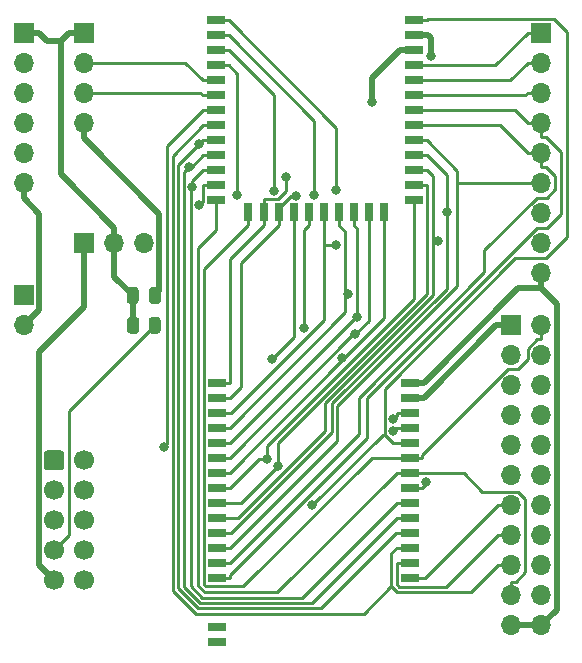
<source format=gbr>
%TF.GenerationSoftware,KiCad,Pcbnew,(5.1.9)-1*%
%TF.CreationDate,2021-03-16T13:01:06+03:00*%
%TF.ProjectId,VedgaZigBee,56656467-615a-4696-9742-65652e6b6963,rev?*%
%TF.SameCoordinates,Original*%
%TF.FileFunction,Copper,L1,Top*%
%TF.FilePolarity,Positive*%
%FSLAX46Y46*%
G04 Gerber Fmt 4.6, Leading zero omitted, Abs format (unit mm)*
G04 Created by KiCad (PCBNEW (5.1.9)-1) date 2021-03-16 13:01:06*
%MOMM*%
%LPD*%
G01*
G04 APERTURE LIST*
%TA.AperFunction,ComponentPad*%
%ADD10O,1.700000X1.700000*%
%TD*%
%TA.AperFunction,ComponentPad*%
%ADD11R,1.700000X1.700000*%
%TD*%
%TA.AperFunction,SMDPad,CuDef*%
%ADD12R,0.800000X1.524000*%
%TD*%
%TA.AperFunction,SMDPad,CuDef*%
%ADD13R,1.524000X0.800000*%
%TD*%
%TA.AperFunction,ComponentPad*%
%ADD14C,1.700000*%
%TD*%
%TA.AperFunction,ViaPad*%
%ADD15C,0.800000*%
%TD*%
%TA.AperFunction,Conductor*%
%ADD16C,0.500000*%
%TD*%
%TA.AperFunction,Conductor*%
%ADD17C,0.250000*%
%TD*%
G04 APERTURE END LIST*
D10*
%TO.P,J6,9*%
%TO.N,GND*%
X133985000Y-111125000D03*
%TO.P,J6,8*%
%TO.N,/DIO23*%
X133985000Y-108585000D03*
%TO.P,J6,7*%
%TO.N,/DIO24*%
X133985000Y-106045000D03*
%TO.P,J6,6*%
%TO.N,/DIO25*%
X133985000Y-103505000D03*
%TO.P,J6,5*%
%TO.N,/DIO26*%
X133985000Y-100965000D03*
%TO.P,J6,4*%
%TO.N,/DIO27*%
X133985000Y-98425000D03*
%TO.P,J6,3*%
%TO.N,/DIO28*%
X133985000Y-95885000D03*
%TO.P,J6,2*%
%TO.N,/DIO29*%
X133985000Y-93345000D03*
D11*
%TO.P,J6,1*%
%TO.N,/DIO30*%
X133985000Y-90805000D03*
%TD*%
D10*
%TO.P,J7,3*%
%TO.N,/TVCC*%
X100330000Y-108585000D03*
%TO.P,J7,2*%
%TO.N,+3V3*%
X97790000Y-108585000D03*
D11*
%TO.P,J7,1*%
%TO.N,/DVCC*%
X95250000Y-108585000D03*
%TD*%
D12*
%TO.P,U1,23*%
%TO.N,/DIO20*%
X120650000Y-105990000D03*
%TO.P,U1,22*%
%TO.N,/DIO19*%
X119380000Y-105990000D03*
%TO.P,U1,21*%
%TO.N,/DIO18*%
X118110000Y-105990000D03*
%TO.P,U1,20*%
%TO.N,/JTAG_TDI*%
X116840000Y-105990000D03*
%TO.P,U1,19*%
%TO.N,/JTAG_TDO*%
X115570000Y-105990000D03*
%TO.P,U1,18*%
%TO.N,/JTAG_TCKC*%
X114300000Y-105990000D03*
%TO.P,U1,17*%
%TO.N,/JTAG_TMSC*%
X113030000Y-105990000D03*
%TO.P,U1,16*%
%TO.N,/DIO15*%
X111760000Y-105990000D03*
%TO.P,U1,15*%
%TO.N,/DIO14*%
X110490000Y-105990000D03*
D13*
%TO.P,U1,24*%
%TO.N,/DIO21*%
X123190000Y-104990000D03*
%TO.P,U1,25*%
%TO.N,/DIO22*%
X123190000Y-103720000D03*
%TO.P,U1,26*%
%TO.N,/DIO23*%
X123190000Y-102450000D03*
%TO.P,U1,27*%
%TO.N,/DIO24*%
X123190000Y-101180000D03*
%TO.P,U1,28*%
%TO.N,/DIO25*%
X123190000Y-99910000D03*
%TO.P,U1,29*%
%TO.N,/DIO26*%
X123190000Y-98640000D03*
%TO.P,U1,30*%
%TO.N,/DIO27*%
X123190000Y-97370000D03*
%TO.P,U1,31*%
%TO.N,/DIO28*%
X123190000Y-96100000D03*
%TO.P,U1,32*%
%TO.N,/DIO29*%
X123190000Y-94830000D03*
%TO.P,U1,33*%
%TO.N,/DIO30*%
X123190000Y-93560000D03*
%TO.P,U1,34*%
%TO.N,+3V3*%
X123190000Y-92290000D03*
%TO.P,U1,35*%
%TO.N,GND*%
X123190000Y-91020000D03*
%TO.P,U1,36*%
%TO.N,/~RESET*%
X123190000Y-89750000D03*
D12*
%TO.P,U1,14*%
%TO.N,/DIO13*%
X109177900Y-105990000D03*
D13*
%TO.P,U1,13*%
%TO.N,/DIO12*%
X106412000Y-104990000D03*
%TO.P,U1,12*%
%TO.N,/SPI_CS*%
X106412000Y-103720000D03*
%TO.P,U1,11*%
%TO.N,/SPI_SCLK*%
X106412000Y-102450000D03*
%TO.P,U1,10*%
%TO.N,/SPI_MOSI*%
X106412000Y-101180000D03*
%TO.P,U1,9*%
%TO.N,/SPI_MISO*%
X106412000Y-99910000D03*
%TO.P,U1,8*%
%TO.N,/DIO7*%
X106412000Y-98640000D03*
%TO.P,U1,7*%
%TO.N,/DIO6*%
X106412000Y-97370000D03*
%TO.P,U1,6*%
%TO.N,/DIO5*%
X106412000Y-96100000D03*
%TO.P,U1,5*%
%TO.N,/DIO4*%
X106412000Y-94830000D03*
%TO.P,U1,4*%
%TO.N,/DIO3*%
X106412000Y-93560000D03*
%TO.P,U1,3*%
%TO.N,/DIO2*%
X106412000Y-92290000D03*
%TO.P,U1,2*%
%TO.N,/DIO1*%
X106412000Y-91020000D03*
%TO.P,U1,1*%
%TO.N,/DIO0*%
X106412000Y-89750000D03*
%TD*%
%TO.P,C1,1*%
%TO.N,+3V3*%
%TA.AperFunction,SMDPad,CuDef*%
G36*
G01*
X98880000Y-113505000D02*
X98880000Y-112555000D01*
G75*
G02*
X99130000Y-112305000I250000J0D01*
G01*
X99630000Y-112305000D01*
G75*
G02*
X99880000Y-112555000I0J-250000D01*
G01*
X99880000Y-113505000D01*
G75*
G02*
X99630000Y-113755000I-250000J0D01*
G01*
X99130000Y-113755000D01*
G75*
G02*
X98880000Y-113505000I0J250000D01*
G01*
G37*
%TD.AperFunction*%
%TO.P,C1,2*%
%TO.N,GND*%
%TA.AperFunction,SMDPad,CuDef*%
G36*
G01*
X100780000Y-113505000D02*
X100780000Y-112555000D01*
G75*
G02*
X101030000Y-112305000I250000J0D01*
G01*
X101530000Y-112305000D01*
G75*
G02*
X101780000Y-112555000I0J-250000D01*
G01*
X101780000Y-113505000D01*
G75*
G02*
X101530000Y-113755000I-250000J0D01*
G01*
X101030000Y-113755000D01*
G75*
G02*
X100780000Y-113505000I0J250000D01*
G01*
G37*
%TD.AperFunction*%
%TD*%
%TO.P,J1,1*%
%TO.N,GND*%
%TA.AperFunction,ComponentPad*%
G36*
G01*
X91860000Y-127600000D02*
X91860000Y-126400000D01*
G75*
G02*
X92110000Y-126150000I250000J0D01*
G01*
X93310000Y-126150000D01*
G75*
G02*
X93560000Y-126400000I0J-250000D01*
G01*
X93560000Y-127600000D01*
G75*
G02*
X93310000Y-127850000I-250000J0D01*
G01*
X92110000Y-127850000D01*
G75*
G02*
X91860000Y-127600000I0J250000D01*
G01*
G37*
%TD.AperFunction*%
D14*
%TO.P,J1,3*%
%TO.N,/JTAG_TCKC*%
X92710000Y-129540000D03*
%TO.P,J1,5*%
%TO.N,Net-(J1-Pad5)*%
X92710000Y-132080000D03*
%TO.P,J1,7*%
%TO.N,/~RESET*%
X92710000Y-134620000D03*
%TO.P,J1,9*%
%TO.N,/DVCC*%
X92710000Y-137160000D03*
%TO.P,J1,2*%
%TO.N,/TVCC*%
X95250000Y-127000000D03*
%TO.P,J1,4*%
%TO.N,/JTAG_TMSC*%
X95250000Y-129540000D03*
%TO.P,J1,6*%
%TO.N,Net-(J1-Pad6)*%
X95250000Y-132080000D03*
%TO.P,J1,8*%
%TO.N,Net-(J1-Pad8)*%
X95250000Y-134620000D03*
%TO.P,J1,10*%
%TO.N,Net-(J1-Pad10)*%
X95250000Y-137160000D03*
%TD*%
D11*
%TO.P,J2,1*%
%TO.N,+3V3*%
X90170000Y-113030000D03*
D10*
%TO.P,J2,2*%
%TO.N,GND*%
X90170000Y-115570000D03*
%TD*%
D11*
%TO.P,J3,1*%
%TO.N,+3V3*%
X131445000Y-115570000D03*
D10*
%TO.P,J3,2*%
%TO.N,/DIO13*%
X133985000Y-115570000D03*
%TO.P,J3,3*%
%TO.N,/DIO0*%
X131445000Y-118110000D03*
%TO.P,J3,4*%
%TO.N,/DIO14*%
X133985000Y-118110000D03*
%TO.P,J3,5*%
%TO.N,/DIO1*%
X131445000Y-120650000D03*
%TO.P,J3,6*%
%TO.N,/DIO15*%
X133985000Y-120650000D03*
%TO.P,J3,7*%
%TO.N,/DIO2*%
X131445000Y-123190000D03*
%TO.P,J3,8*%
%TO.N,/JTAG_TDO*%
X133985000Y-123190000D03*
%TO.P,J3,9*%
%TO.N,/DIO3*%
X131445000Y-125730000D03*
%TO.P,J3,10*%
%TO.N,/JTAG_TDI*%
X133985000Y-125730000D03*
%TO.P,J3,11*%
%TO.N,/DIO4*%
X131445000Y-128270000D03*
%TO.P,J3,12*%
%TO.N,/DIO18*%
X133985000Y-128270000D03*
%TO.P,J3,13*%
%TO.N,/DIO5*%
X131445000Y-130810000D03*
%TO.P,J3,14*%
%TO.N,/DIO19*%
X133985000Y-130810000D03*
%TO.P,J3,15*%
%TO.N,/DIO6*%
X131445000Y-133350000D03*
%TO.P,J3,16*%
%TO.N,/DIO20*%
X133985000Y-133350000D03*
%TO.P,J3,17*%
%TO.N,/DIO7*%
X131445000Y-135890000D03*
%TO.P,J3,18*%
%TO.N,/DIO21*%
X133985000Y-135890000D03*
%TO.P,J3,19*%
%TO.N,/DIO12*%
X131445000Y-138430000D03*
%TO.P,J3,20*%
%TO.N,/DIO22*%
X133985000Y-138430000D03*
%TO.P,J3,21*%
%TO.N,GND*%
X131445000Y-140970000D03*
%TO.P,J3,22*%
X133985000Y-140970000D03*
%TD*%
D11*
%TO.P,J4,1*%
%TO.N,+3V3*%
X90170000Y-90805000D03*
D10*
%TO.P,J4,2*%
%TO.N,/SPI_MISO*%
X90170000Y-93345000D03*
%TO.P,J4,3*%
%TO.N,/SPI_MOSI*%
X90170000Y-95885000D03*
%TO.P,J4,4*%
%TO.N,/SPI_SCLK*%
X90170000Y-98425000D03*
%TO.P,J4,5*%
%TO.N,/SPI_CS*%
X90170000Y-100965000D03*
%TO.P,J4,6*%
%TO.N,GND*%
X90170000Y-103505000D03*
%TD*%
D11*
%TO.P,J5,1*%
%TO.N,+3V3*%
X95250000Y-90805000D03*
D10*
%TO.P,J5,2*%
%TO.N,/DIO4*%
X95250000Y-93345000D03*
%TO.P,J5,3*%
%TO.N,/DIO5*%
X95250000Y-95885000D03*
%TO.P,J5,4*%
%TO.N,GND*%
X95250000Y-98425000D03*
%TD*%
%TO.P,R1,1*%
%TO.N,+3V3*%
%TA.AperFunction,SMDPad,CuDef*%
G36*
G01*
X98905000Y-116020002D02*
X98905000Y-115119998D01*
G75*
G02*
X99154998Y-114870000I249998J0D01*
G01*
X99680002Y-114870000D01*
G75*
G02*
X99930000Y-115119998I0J-249998D01*
G01*
X99930000Y-116020002D01*
G75*
G02*
X99680002Y-116270000I-249998J0D01*
G01*
X99154998Y-116270000D01*
G75*
G02*
X98905000Y-116020002I0J249998D01*
G01*
G37*
%TD.AperFunction*%
%TO.P,R1,2*%
%TO.N,/~RESET*%
%TA.AperFunction,SMDPad,CuDef*%
G36*
G01*
X100730000Y-116020002D02*
X100730000Y-115119998D01*
G75*
G02*
X100979998Y-114870000I249998J0D01*
G01*
X101505002Y-114870000D01*
G75*
G02*
X101755000Y-115119998I0J-249998D01*
G01*
X101755000Y-116020002D01*
G75*
G02*
X101505002Y-116270000I-249998J0D01*
G01*
X100979998Y-116270000D01*
G75*
G02*
X100730000Y-116020002I0J249998D01*
G01*
G37*
%TD.AperFunction*%
%TD*%
D13*
%TO.P,U2,1*%
%TO.N,/DIO5*%
X122823000Y-136945000D03*
%TO.P,U2,2*%
%TO.N,/DIO6*%
X122823000Y-135675000D03*
%TO.P,U2,3*%
%TO.N,/DIO7*%
X122823000Y-134405000D03*
%TO.P,U2,4*%
%TO.N,/SPI_MISO*%
X122823000Y-133135000D03*
%TO.P,U2,5*%
%TO.N,/SPI_MOSI*%
X122823000Y-131865000D03*
%TO.P,U2,6*%
%TO.N,/SPI_SCLK*%
X122823000Y-130595000D03*
%TO.P,U2,7*%
%TO.N,/SPI_CS*%
X122823000Y-129325000D03*
%TO.P,U2,8*%
%TO.N,/DIO12*%
X122823000Y-128055000D03*
%TO.P,U2,9*%
%TO.N,/DIO13*%
X122823000Y-126785000D03*
%TO.P,U2,10*%
%TO.N,/~RESET*%
X122823000Y-125515000D03*
%TO.P,U2,11*%
%TO.N,/JTAG_TMSC*%
X122823000Y-124245000D03*
%TO.P,U2,12*%
%TO.N,/JTAG_TCKC*%
X122823000Y-122975000D03*
%TO.P,U2,13*%
%TO.N,+3V3*%
X122823000Y-121705000D03*
%TO.P,U2,14*%
%TO.N,GND*%
X122823000Y-120435000D03*
%TO.P,U2,28*%
%TO.N,/DIO27*%
X106525000Y-136945000D03*
%TO.P,U2,27*%
%TO.N,/DIO26*%
X106525000Y-135675000D03*
%TO.P,U2,26*%
%TO.N,/DIO25*%
X106525000Y-134405000D03*
%TO.P,U2,25*%
%TO.N,/DIO24*%
X106525000Y-133135000D03*
%TO.P,U2,24*%
%TO.N,/DIO23*%
X106525000Y-131865000D03*
%TO.P,U2,23*%
%TO.N,/DIO22*%
X106525000Y-130595000D03*
%TO.P,U2,22*%
%TO.N,/DIO21*%
X106525000Y-129325000D03*
%TO.P,U2,21*%
%TO.N,/DIO20*%
X106525000Y-128055000D03*
%TO.P,U2,20*%
%TO.N,/DIO19*%
X106525000Y-126785000D03*
%TO.P,U2,19*%
%TO.N,/DIO18*%
X106525000Y-125515000D03*
%TO.P,U2,18*%
%TO.N,/JTAG_TDI*%
X106525000Y-124245000D03*
%TO.P,U2,17*%
%TO.N,/JTAG_TDO*%
X106525000Y-122975000D03*
%TO.P,U2,16*%
%TO.N,/DIO15*%
X106525000Y-121705000D03*
%TO.P,U2,15*%
%TO.N,/DIO14*%
X106525000Y-120435000D03*
%TO.P,U2,29*%
%TO.N,Net-(U2-Pad29)*%
X106525000Y-141145000D03*
%TO.P,U2,30*%
%TO.N,Net-(U2-Pad30)*%
X106525000Y-142415000D03*
%TD*%
D15*
%TO.N,+3V3*%
X119631100Y-96652900D03*
%TO.N,GND*%
X124619500Y-92730200D03*
%TO.N,/JTAG_TCKC*%
X113866900Y-115747200D03*
X121451000Y-123502200D03*
%TO.N,/~RESET*%
X114598000Y-130751800D03*
%TO.N,/JTAG_TMSC*%
X111212500Y-118401500D03*
X121457700Y-124523000D03*
%TO.N,/DIO0*%
X116596300Y-104128600D03*
%TO.N,/DIO14*%
X112326500Y-103000900D03*
%TO.N,/DIO1*%
X114705600Y-104516800D03*
%TO.N,/DIO15*%
X113208900Y-104617000D03*
%TO.N,/DIO2*%
X111308200Y-104149100D03*
%TO.N,/JTAG_TDO*%
X116594100Y-108741500D03*
%TO.N,/DIO3*%
X108219300Y-104545500D03*
%TO.N,/JTAG_TDI*%
X117596000Y-112889500D03*
%TO.N,/DIO18*%
X118400000Y-114879400D03*
%TO.N,/DIO19*%
X118213800Y-116330000D03*
%TO.N,/DIO6*%
X102043300Y-125892700D03*
%TO.N,/DIO20*%
X117131900Y-118352400D03*
%TO.N,/DIO21*%
X110716400Y-126893000D03*
%TO.N,/DIO22*%
X111643100Y-127514300D03*
%TO.N,/SPI_MISO*%
X105025800Y-100208900D03*
%TO.N,/SPI_MOSI*%
X104145200Y-102120200D03*
%TO.N,/SPI_SCLK*%
X104419800Y-103821200D03*
%TO.N,/SPI_CS*%
X124221400Y-128794900D03*
X105029500Y-105376700D03*
%TO.N,/DIO23*%
X125213600Y-108386000D03*
%TO.N,/DIO24*%
X125973200Y-105986200D03*
%TD*%
D16*
%TO.N,+3V3*%
X121977700Y-92290000D02*
X119631100Y-94636600D01*
X119631100Y-94636600D02*
X119631100Y-96652900D01*
X123190000Y-92290000D02*
X121977700Y-92290000D01*
X93288400Y-91466300D02*
X92131600Y-91466300D01*
X92131600Y-91466300D02*
X91470300Y-90805000D01*
X93949700Y-90805000D02*
X93288400Y-91466300D01*
X93288400Y-91466300D02*
X93288400Y-102783100D01*
X93288400Y-102783100D02*
X97790000Y-107284700D01*
X97790000Y-108585000D02*
X97790000Y-107284700D01*
X95250000Y-90805000D02*
X93949700Y-90805000D01*
X90170000Y-90805000D02*
X91470300Y-90805000D01*
X99380000Y-113030000D02*
X97790000Y-111440000D01*
X97790000Y-111440000D02*
X97790000Y-108585000D01*
X99417500Y-115570000D02*
X99380000Y-115532500D01*
X99380000Y-115532500D02*
X99380000Y-113030000D01*
X122823000Y-121705000D02*
X124035300Y-121705000D01*
X131445000Y-115570000D02*
X130144700Y-115570000D01*
X124035300Y-121705000D02*
X124035300Y-121679400D01*
X124035300Y-121679400D02*
X130144700Y-115570000D01*
%TO.N,GND*%
X95250000Y-98425000D02*
X95250000Y-99725300D01*
X95250000Y-99725300D02*
X101634500Y-106109800D01*
X101634500Y-106109800D02*
X101634500Y-112675500D01*
X101634500Y-112675500D02*
X101280000Y-113030000D01*
X124402300Y-91020000D02*
X124619500Y-91237200D01*
X124619500Y-91237200D02*
X124619500Y-92730200D01*
X123190000Y-91020000D02*
X124402300Y-91020000D01*
X90170000Y-103505000D02*
X90170000Y-104805300D01*
X90170000Y-115570000D02*
X91470300Y-114269700D01*
X91470300Y-114269700D02*
X91470300Y-106105600D01*
X91470300Y-106105600D02*
X90170000Y-104805300D01*
X133985000Y-140970000D02*
X132745300Y-140970000D01*
X133985000Y-112425300D02*
X135285300Y-113725600D01*
X135285300Y-113725600D02*
X135285300Y-139669700D01*
X135285300Y-139669700D02*
X133985000Y-140970000D01*
X131445000Y-140970000D02*
X132745300Y-140970000D01*
X133985000Y-111125000D02*
X133985000Y-112425300D01*
X124035300Y-120435000D02*
X132045000Y-112425300D01*
X132045000Y-112425300D02*
X133985000Y-112425300D01*
X122823000Y-120435000D02*
X124035300Y-120435000D01*
D17*
%TO.N,/JTAG_TCKC*%
X122823000Y-122975000D02*
X121735700Y-122975000D01*
X121451000Y-123502200D02*
X121735700Y-123217500D01*
X121735700Y-123217500D02*
X121735700Y-122975000D01*
X114300000Y-107077300D02*
X113866900Y-107510400D01*
X113866900Y-107510400D02*
X113866900Y-115747200D01*
X114300000Y-105990000D02*
X114300000Y-107077300D01*
%TO.N,/~RESET*%
X114598000Y-130751800D02*
X120539700Y-124810100D01*
X120539700Y-124810100D02*
X120711000Y-124810100D01*
X120711000Y-124810100D02*
X120711000Y-120924400D01*
X120711000Y-120924400D02*
X131780400Y-109855000D01*
X131780400Y-109855000D02*
X134381800Y-109855000D01*
X134381800Y-109855000D02*
X136117000Y-108119800D01*
X136117000Y-108119800D02*
X136117000Y-90718800D01*
X136117000Y-90718800D02*
X135027800Y-89629600D01*
X135027800Y-89629600D02*
X124397700Y-89629600D01*
X124397700Y-89629600D02*
X124277300Y-89750000D01*
X122823000Y-125515000D02*
X121415900Y-125515000D01*
X121415900Y-125515000D02*
X120711000Y-124810100D01*
X123190000Y-89750000D02*
X124277300Y-89750000D01*
X92710000Y-134620000D02*
X93980500Y-133349500D01*
X93980500Y-133349500D02*
X93980500Y-122832000D01*
X93980500Y-122832000D02*
X101242500Y-115570000D01*
%TO.N,/JTAG_TMSC*%
X121735700Y-124245000D02*
X121457700Y-124523000D01*
X113030000Y-107077300D02*
X113030000Y-116584000D01*
X113030000Y-116584000D02*
X111212500Y-118401500D01*
X113030000Y-105990000D02*
X113030000Y-107077300D01*
X122823000Y-124245000D02*
X121735700Y-124245000D01*
%TO.N,/DIO13*%
X122823000Y-126785000D02*
X119631700Y-126785000D01*
X119631700Y-126785000D02*
X108746300Y-137670400D01*
X108746300Y-137670400D02*
X105596800Y-137670400D01*
X105596800Y-137670400D02*
X105437600Y-137511200D01*
X105437600Y-137511200D02*
X105437600Y-110817600D01*
X105437600Y-110817600D02*
X109177900Y-107077300D01*
X109177900Y-105990000D02*
X109177900Y-107077300D01*
X123366700Y-126785000D02*
X122823000Y-126785000D01*
X123366700Y-126785000D02*
X123910300Y-126785000D01*
X133985000Y-116745300D02*
X133617600Y-116745300D01*
X133617600Y-116745300D02*
X132809700Y-117553200D01*
X132809700Y-117553200D02*
X132809700Y-118446300D01*
X132809700Y-118446300D02*
X131970600Y-119285400D01*
X131970600Y-119285400D02*
X131146800Y-119285400D01*
X131146800Y-119285400D02*
X123910300Y-126521900D01*
X123910300Y-126521900D02*
X123910300Y-126785000D01*
X133985000Y-115570000D02*
X133985000Y-116745300D01*
%TO.N,/DIO0*%
X116596300Y-104128600D02*
X116596300Y-98847000D01*
X116596300Y-98847000D02*
X107499300Y-89750000D01*
X106412000Y-89750000D02*
X107499300Y-89750000D01*
%TO.N,/DIO14*%
X107612300Y-120435000D02*
X107612300Y-109955000D01*
X107612300Y-109955000D02*
X110490000Y-107077300D01*
X110490000Y-104902700D02*
X111651500Y-104902700D01*
X111651500Y-104902700D02*
X112326500Y-104227700D01*
X112326500Y-104227700D02*
X112326500Y-103000900D01*
X110490000Y-105990000D02*
X110490000Y-104902700D01*
X110490000Y-106421000D02*
X110490000Y-105990000D01*
X110490000Y-106421000D02*
X110490000Y-107077300D01*
X106525000Y-120435000D02*
X107612300Y-120435000D01*
%TO.N,/DIO1*%
X106412000Y-91020000D02*
X107499300Y-91020000D01*
X114705600Y-104516800D02*
X114705600Y-98226300D01*
X114705600Y-98226300D02*
X107499300Y-91020000D01*
%TO.N,/DIO15*%
X113208900Y-104617000D02*
X112760800Y-104617000D01*
X112760800Y-104617000D02*
X111760000Y-105617800D01*
X111760000Y-105617800D02*
X111760000Y-105990000D01*
X107068700Y-121705000D02*
X106525000Y-121705000D01*
X107068700Y-121705000D02*
X107612300Y-121705000D01*
X111760000Y-105990000D02*
X111760000Y-107077300D01*
X107612300Y-121705000D02*
X108512900Y-120804400D01*
X108512900Y-120804400D02*
X108512900Y-110324400D01*
X108512900Y-110324400D02*
X111760000Y-107077300D01*
%TO.N,/DIO2*%
X107499300Y-92290000D02*
X111308200Y-96098900D01*
X111308200Y-96098900D02*
X111308200Y-104149100D01*
X106412000Y-92290000D02*
X107499300Y-92290000D01*
%TO.N,/JTAG_TDO*%
X115570000Y-108741500D02*
X115570000Y-115070000D01*
X115570000Y-115070000D02*
X107665000Y-122975000D01*
X107665000Y-122975000D02*
X107612300Y-122975000D01*
X106525000Y-122975000D02*
X107612300Y-122975000D01*
X115570000Y-108741500D02*
X115570000Y-105990000D01*
X116594100Y-108741500D02*
X115570000Y-108741500D01*
%TO.N,/DIO3*%
X107499300Y-93560000D02*
X108219300Y-94280000D01*
X108219300Y-94280000D02*
X108219300Y-104545500D01*
X106412000Y-93560000D02*
X107499300Y-93560000D01*
%TO.N,/JTAG_TDI*%
X117384600Y-112889500D02*
X117596000Y-112889500D01*
X117384600Y-112889500D02*
X117384600Y-107621900D01*
X117384600Y-107621900D02*
X116840000Y-107077300D01*
X107612300Y-124245000D02*
X117384600Y-114472700D01*
X117384600Y-114472700D02*
X117384600Y-112889500D01*
X116840000Y-105990000D02*
X116840000Y-107077300D01*
X106525000Y-124245000D02*
X107612300Y-124245000D01*
%TO.N,/DIO4*%
X106412000Y-94830000D02*
X105324700Y-94830000D01*
X95250000Y-93345000D02*
X96425300Y-93345000D01*
X96425300Y-93345000D02*
X103839700Y-93345000D01*
X103839700Y-93345000D02*
X105324700Y-94830000D01*
%TO.N,/DIO18*%
X118400000Y-114879400D02*
X118400000Y-107367300D01*
X118400000Y-107367300D02*
X118110000Y-107077300D01*
X107612300Y-125515000D02*
X118247900Y-114879400D01*
X118247900Y-114879400D02*
X118400000Y-114879400D01*
X118110000Y-105990000D02*
X118110000Y-107077300D01*
X106525000Y-125515000D02*
X107612300Y-125515000D01*
%TO.N,/DIO5*%
X131445000Y-130810000D02*
X130269700Y-130810000D01*
X122823000Y-136945000D02*
X124134700Y-136945000D01*
X124134700Y-136945000D02*
X130269700Y-130810000D01*
X106412000Y-96100000D02*
X105324700Y-96100000D01*
X96425300Y-95885000D02*
X105109700Y-95885000D01*
X105109700Y-95885000D02*
X105324700Y-96100000D01*
X95250000Y-95885000D02*
X96425300Y-95885000D01*
%TO.N,/DIO19*%
X119380000Y-107077300D02*
X119380000Y-115163800D01*
X119380000Y-115163800D02*
X118213800Y-116330000D01*
X118213800Y-116330000D02*
X118067300Y-116330000D01*
X118067300Y-116330000D02*
X107612300Y-126785000D01*
X119380000Y-105990000D02*
X119380000Y-107077300D01*
X106525000Y-126785000D02*
X107612300Y-126785000D01*
%TO.N,/DIO6*%
X105324700Y-97370000D02*
X102318400Y-100376300D01*
X102318400Y-100376300D02*
X102318400Y-125617600D01*
X102318400Y-125617600D02*
X102043300Y-125892700D01*
X131445000Y-133350000D02*
X130269700Y-133350000D01*
X122823000Y-135675000D02*
X121735700Y-135675000D01*
X121735700Y-135675000D02*
X121735700Y-137490700D01*
X121735700Y-137490700D02*
X121929700Y-137684700D01*
X121929700Y-137684700D02*
X125935000Y-137684700D01*
X125935000Y-137684700D02*
X130269700Y-133350000D01*
X106412000Y-97370000D02*
X105324700Y-97370000D01*
%TO.N,/DIO20*%
X117131900Y-118352400D02*
X117131900Y-118535400D01*
X117131900Y-118535400D02*
X107612300Y-128055000D01*
X117131900Y-118352400D02*
X117229700Y-118352400D01*
X117229700Y-118352400D02*
X120650000Y-114932100D01*
X120650000Y-114932100D02*
X120650000Y-105990000D01*
X106525000Y-128055000D02*
X107612300Y-128055000D01*
%TO.N,/DIO7*%
X105324700Y-98640000D02*
X102768700Y-101196000D01*
X102768700Y-101196000D02*
X102768700Y-138026800D01*
X102768700Y-138026800D02*
X104722100Y-139980200D01*
X104722100Y-139980200D02*
X118946100Y-139980200D01*
X118946100Y-139980200D02*
X121264300Y-137662000D01*
X121264300Y-137662000D02*
X121774600Y-138172300D01*
X121774600Y-138172300D02*
X127987400Y-138172300D01*
X127987400Y-138172300D02*
X130269700Y-135890000D01*
X121735700Y-134405000D02*
X121264300Y-134876400D01*
X121264300Y-134876400D02*
X121264300Y-137662000D01*
X106412000Y-98640000D02*
X105324700Y-98640000D01*
X131445000Y-135890000D02*
X130269700Y-135890000D01*
X122823000Y-134405000D02*
X121735700Y-134405000D01*
%TO.N,/DIO21*%
X110716400Y-126893000D02*
X110716400Y-125793700D01*
X110716400Y-125793700D02*
X123190000Y-113320100D01*
X123190000Y-113320100D02*
X123190000Y-104990000D01*
X110716400Y-126893000D02*
X110044300Y-126893000D01*
X110044300Y-126893000D02*
X107612300Y-129325000D01*
X106525000Y-129325000D02*
X107612300Y-129325000D01*
%TO.N,/DIO12*%
X122823000Y-128055000D02*
X121735700Y-128055000D01*
X121735700Y-128055000D02*
X111611700Y-138179000D01*
X111611700Y-138179000D02*
X105468500Y-138179000D01*
X105468500Y-138179000D02*
X104943600Y-137654100D01*
X104943600Y-137654100D02*
X104943600Y-108973500D01*
X104943600Y-108973500D02*
X106412000Y-107505100D01*
X106412000Y-107505100D02*
X106412000Y-104990000D01*
X131445000Y-137254700D02*
X131812400Y-137254700D01*
X131812400Y-137254700D02*
X132620300Y-136446800D01*
X132620300Y-136446800D02*
X132620300Y-130239600D01*
X132620300Y-130239600D02*
X132015300Y-129634600D01*
X132015300Y-129634600D02*
X128982900Y-129634600D01*
X128982900Y-129634600D02*
X127403300Y-128055000D01*
X127403300Y-128055000D02*
X122823000Y-128055000D01*
X131445000Y-138430000D02*
X131445000Y-137254700D01*
%TO.N,/DIO22*%
X111643100Y-127514300D02*
X111643100Y-125503900D01*
X111643100Y-125503900D02*
X124277300Y-112869700D01*
X124277300Y-112869700D02*
X124277300Y-103720000D01*
X107612300Y-130595000D02*
X108562400Y-130595000D01*
X108562400Y-130595000D02*
X111643100Y-127514300D01*
X123190000Y-103720000D02*
X124277300Y-103720000D01*
X106525000Y-130595000D02*
X107612300Y-130595000D01*
%TO.N,/SPI_MISO*%
X105025800Y-100208900D02*
X103219000Y-102015700D01*
X103219000Y-102015700D02*
X103219000Y-137840200D01*
X103219000Y-137840200D02*
X104908700Y-139529900D01*
X104908700Y-139529900D02*
X115285700Y-139529900D01*
X115285700Y-139529900D02*
X121680600Y-133135000D01*
X121680600Y-133135000D02*
X122823000Y-133135000D01*
X105025800Y-100208900D02*
X105324700Y-99910000D01*
X106412000Y-99910000D02*
X105324700Y-99910000D01*
%TO.N,/SPI_MOSI*%
X104145200Y-102120200D02*
X103694500Y-102570900D01*
X103694500Y-102570900D02*
X103694500Y-137678800D01*
X103694500Y-137678800D02*
X105095300Y-139079600D01*
X105095300Y-139079600D02*
X114521100Y-139079600D01*
X114521100Y-139079600D02*
X121735700Y-131865000D01*
X104145200Y-102120200D02*
X104384500Y-102120200D01*
X104384500Y-102120200D02*
X105324700Y-101180000D01*
X122823000Y-131865000D02*
X121735700Y-131865000D01*
X106412000Y-101180000D02*
X105324700Y-101180000D01*
%TO.N,/SPI_SCLK*%
X104419800Y-103821200D02*
X104299600Y-103941400D01*
X104299600Y-103941400D02*
X104299600Y-137647000D01*
X104299600Y-137647000D02*
X105281900Y-138629300D01*
X105281900Y-138629300D02*
X113701400Y-138629300D01*
X113701400Y-138629300D02*
X121735700Y-130595000D01*
X122823000Y-130595000D02*
X121735700Y-130595000D01*
X104419800Y-103821200D02*
X104419800Y-103354900D01*
X104419800Y-103354900D02*
X105324700Y-102450000D01*
X106412000Y-102450000D02*
X105324700Y-102450000D01*
%TO.N,/SPI_CS*%
X123910300Y-129325000D02*
X124221400Y-129013900D01*
X124221400Y-129013900D02*
X124221400Y-128794900D01*
X122823000Y-129325000D02*
X123910300Y-129325000D01*
X105324700Y-103720000D02*
X105324700Y-105081500D01*
X105324700Y-105081500D02*
X105029500Y-105376700D01*
X106412000Y-103720000D02*
X105324700Y-103720000D01*
%TO.N,/DIO23*%
X107612300Y-131865000D02*
X108318200Y-131865000D01*
X108318200Y-131865000D02*
X115632500Y-124550700D01*
X115632500Y-124550700D02*
X115632500Y-122151400D01*
X115632500Y-122151400D02*
X124788100Y-112995800D01*
X124788100Y-112995800D02*
X124788100Y-108386000D01*
X124788100Y-108386000D02*
X125213600Y-108386000D01*
X124788100Y-108386000D02*
X124788100Y-102960800D01*
X124788100Y-102960800D02*
X124277300Y-102450000D01*
X123190000Y-102450000D02*
X124277300Y-102450000D01*
X106525000Y-131865000D02*
X107612300Y-131865000D01*
%TO.N,/DIO24*%
X107612300Y-133135000D02*
X107685100Y-133135000D01*
X107685100Y-133135000D02*
X116242100Y-124578000D01*
X116242100Y-124578000D02*
X116242100Y-122178700D01*
X116242100Y-122178700D02*
X125973200Y-112447600D01*
X125973200Y-112447600D02*
X125973200Y-105986200D01*
X106525000Y-133135000D02*
X107612300Y-133135000D01*
X125973200Y-105986200D02*
X125973200Y-102875900D01*
X125973200Y-102875900D02*
X124277300Y-101180000D01*
X123190000Y-101180000D02*
X124277300Y-101180000D01*
%TO.N,/DIO25*%
X107612300Y-134405000D02*
X116692400Y-125324900D01*
X116692400Y-125324900D02*
X116692400Y-122388000D01*
X116692400Y-122388000D02*
X126839600Y-112240800D01*
X126839600Y-112240800D02*
X126839600Y-103505000D01*
X106525000Y-134405000D02*
X107612300Y-134405000D01*
X126839600Y-103505000D02*
X132809700Y-103505000D01*
X124277300Y-99910000D02*
X126839600Y-102472300D01*
X126839600Y-102472300D02*
X126839600Y-103505000D01*
X133985000Y-103505000D02*
X132809700Y-103505000D01*
X123190000Y-99910000D02*
X124277300Y-99910000D01*
%TO.N,/DIO26*%
X107612300Y-135675000D02*
X118519900Y-124767400D01*
X118519900Y-124767400D02*
X118519900Y-121699400D01*
X118519900Y-121699400D02*
X129146400Y-111072900D01*
X129146400Y-111072900D02*
X129146400Y-109219400D01*
X129146400Y-109219400D02*
X133590800Y-104775000D01*
X133590800Y-104775000D02*
X134442600Y-104775000D01*
X134442600Y-104775000D02*
X135160300Y-104057300D01*
X135160300Y-104057300D02*
X135160300Y-102948200D01*
X135160300Y-102948200D02*
X134352400Y-102140300D01*
X134352400Y-102140300D02*
X133985000Y-102140300D01*
X133985000Y-100965000D02*
X133985000Y-102140300D01*
X106525000Y-135675000D02*
X107612300Y-135675000D01*
X132809700Y-100965000D02*
X130484700Y-98640000D01*
X130484700Y-98640000D02*
X123190000Y-98640000D01*
X133985000Y-100965000D02*
X132809700Y-100965000D01*
%TO.N,/DIO27*%
X107612300Y-136945000D02*
X107612300Y-136711800D01*
X107612300Y-136711800D02*
X119195300Y-125128800D01*
X119195300Y-125128800D02*
X119195300Y-121712400D01*
X119195300Y-121712400D02*
X133592700Y-107315000D01*
X133592700Y-107315000D02*
X134475700Y-107315000D01*
X134475700Y-107315000D02*
X135613400Y-106177300D01*
X135613400Y-106177300D02*
X135613400Y-100863400D01*
X135613400Y-100863400D02*
X134350300Y-99600300D01*
X134350300Y-99600300D02*
X133985000Y-99600300D01*
X133985000Y-98425000D02*
X133985000Y-99600300D01*
X106525000Y-136945000D02*
X107612300Y-136945000D01*
X123190000Y-97370000D02*
X131754700Y-97370000D01*
X131754700Y-97370000D02*
X132809700Y-98425000D01*
X133985000Y-98425000D02*
X132809700Y-98425000D01*
%TO.N,/DIO28*%
X133985000Y-95885000D02*
X132809700Y-95885000D01*
X123190000Y-96100000D02*
X132594700Y-96100000D01*
X132594700Y-96100000D02*
X132809700Y-95885000D01*
%TO.N,/DIO29*%
X133985000Y-93345000D02*
X132809700Y-93345000D01*
X123190000Y-94830000D02*
X131324700Y-94830000D01*
X131324700Y-94830000D02*
X132809700Y-93345000D01*
%TO.N,/DIO30*%
X133985000Y-90805000D02*
X132809700Y-90805000D01*
X123190000Y-93560000D02*
X130054700Y-93560000D01*
X130054700Y-93560000D02*
X132809700Y-90805000D01*
D16*
%TO.N,/DVCC*%
X92710000Y-137160000D02*
X91408600Y-135858600D01*
X91408600Y-135858600D02*
X91408600Y-117816200D01*
X91408600Y-117816200D02*
X95250000Y-113974800D01*
X95250000Y-113974800D02*
X95250000Y-108585000D01*
%TD*%
M02*

</source>
